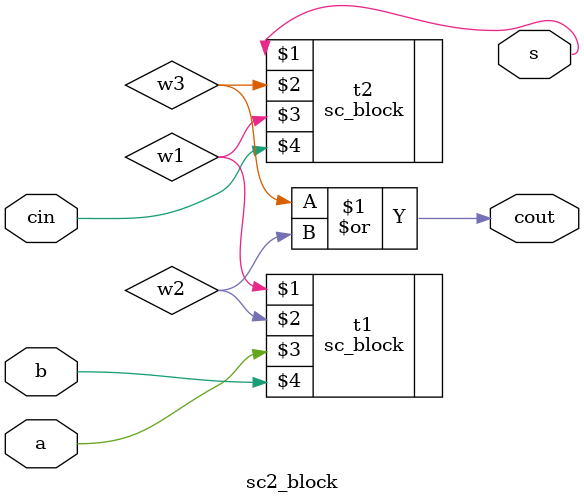
<source format=v>

module sc2_block(s, cout, a, b, cin);
	 input a,b, cin;
	 output s, cout;
	 wire w1,w2,w3;
	 sc_block t1(w1,w2,a,b);
	 sc_block t2(s,w3,w1,cin);
	 or o1(cout,w3,w2);
endmodule // sc2_blockyy

</source>
